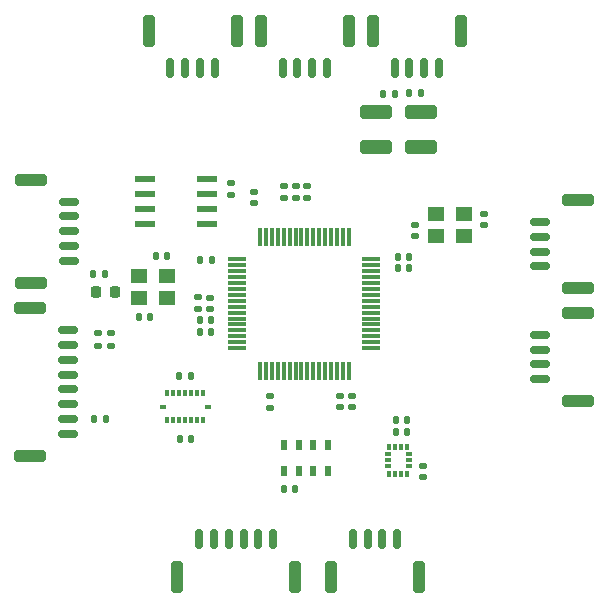
<source format=gtp>
%TF.GenerationSoftware,KiCad,Pcbnew,9.0.0*%
%TF.CreationDate,2025-03-25T12:29:50+03:00*%
%TF.ProjectId,Autopilot DronmarketV2,4175746f-7069-46c6-9f74-2044726f6e6d,rev?*%
%TF.SameCoordinates,Original*%
%TF.FileFunction,Paste,Top*%
%TF.FilePolarity,Positive*%
%FSLAX46Y46*%
G04 Gerber Fmt 4.6, Leading zero omitted, Abs format (unit mm)*
G04 Created by KiCad (PCBNEW 9.0.0) date 2025-03-25 12:29:50*
%MOMM*%
%LPD*%
G01*
G04 APERTURE LIST*
G04 Aperture macros list*
%AMRoundRect*
0 Rectangle with rounded corners*
0 $1 Rounding radius*
0 $2 $3 $4 $5 $6 $7 $8 $9 X,Y pos of 4 corners*
0 Add a 4 corners polygon primitive as box body*
4,1,4,$2,$3,$4,$5,$6,$7,$8,$9,$2,$3,0*
0 Add four circle primitives for the rounded corners*
1,1,$1+$1,$2,$3*
1,1,$1+$1,$4,$5*
1,1,$1+$1,$6,$7*
1,1,$1+$1,$8,$9*
0 Add four rect primitives between the rounded corners*
20,1,$1+$1,$2,$3,$4,$5,0*
20,1,$1+$1,$4,$5,$6,$7,0*
20,1,$1+$1,$6,$7,$8,$9,0*
20,1,$1+$1,$8,$9,$2,$3,0*%
G04 Aperture macros list end*
%ADD10RoundRect,0.140000X0.140000X0.170000X-0.140000X0.170000X-0.140000X-0.170000X0.140000X-0.170000X0*%
%ADD11RoundRect,0.073750X0.746250X0.221250X-0.746250X0.221250X-0.746250X-0.221250X0.746250X-0.221250X0*%
%ADD12RoundRect,0.087500X0.087500X-0.207500X0.087500X0.207500X-0.087500X0.207500X-0.087500X-0.207500X0*%
%ADD13RoundRect,0.087500X0.207500X-0.087500X0.207500X0.087500X-0.207500X0.087500X-0.207500X-0.087500X0*%
%ADD14RoundRect,0.140000X-0.170000X0.140000X-0.170000X-0.140000X0.170000X-0.140000X0.170000X0.140000X0*%
%ADD15RoundRect,0.150000X0.150000X0.700000X-0.150000X0.700000X-0.150000X-0.700000X0.150000X-0.700000X0*%
%ADD16RoundRect,0.250000X0.250000X1.100000X-0.250000X1.100000X-0.250000X-1.100000X0.250000X-1.100000X0*%
%ADD17RoundRect,0.140000X-0.140000X-0.170000X0.140000X-0.170000X0.140000X0.170000X-0.140000X0.170000X0*%
%ADD18RoundRect,0.250000X1.100000X-0.325000X1.100000X0.325000X-1.100000X0.325000X-1.100000X-0.325000X0*%
%ADD19R,1.400000X1.200000*%
%ADD20RoundRect,0.075000X-0.700000X-0.075000X0.700000X-0.075000X0.700000X0.075000X-0.700000X0.075000X0*%
%ADD21RoundRect,0.075000X-0.075000X-0.700000X0.075000X-0.700000X0.075000X0.700000X-0.075000X0.700000X0*%
%ADD22RoundRect,0.150000X0.700000X-0.150000X0.700000X0.150000X-0.700000X0.150000X-0.700000X-0.150000X0*%
%ADD23RoundRect,0.250000X1.100000X-0.250000X1.100000X0.250000X-1.100000X0.250000X-1.100000X-0.250000X0*%
%ADD24RoundRect,0.135000X-0.185000X0.135000X-0.185000X-0.135000X0.185000X-0.135000X0.185000X0.135000X0*%
%ADD25RoundRect,0.135000X0.185000X-0.135000X0.185000X0.135000X-0.185000X0.135000X-0.185000X-0.135000X0*%
%ADD26RoundRect,0.150000X-0.150000X-0.700000X0.150000X-0.700000X0.150000X0.700000X-0.150000X0.700000X0*%
%ADD27RoundRect,0.250000X-0.250000X-1.100000X0.250000X-1.100000X0.250000X1.100000X-0.250000X1.100000X0*%
%ADD28RoundRect,0.140000X0.170000X-0.140000X0.170000X0.140000X-0.170000X0.140000X-0.170000X-0.140000X0*%
%ADD29RoundRect,0.250000X-1.100000X0.325000X-1.100000X-0.325000X1.100000X-0.325000X1.100000X0.325000X0*%
%ADD30R,0.550000X0.950000*%
%ADD31RoundRect,0.135000X-0.135000X-0.185000X0.135000X-0.185000X0.135000X0.185000X-0.135000X0.185000X0*%
%ADD32RoundRect,0.150000X-0.700000X0.150000X-0.700000X-0.150000X0.700000X-0.150000X0.700000X0.150000X0*%
%ADD33RoundRect,0.250000X-1.100000X0.250000X-1.100000X-0.250000X1.100000X-0.250000X1.100000X0.250000X0*%
%ADD34RoundRect,0.135000X0.135000X0.185000X-0.135000X0.185000X-0.135000X-0.185000X0.135000X-0.185000X0*%
%ADD35R,0.350000X0.590000*%
%ADD36R,0.590000X0.350000*%
%ADD37RoundRect,0.218750X0.218750X0.256250X-0.218750X0.256250X-0.218750X-0.256250X0.218750X-0.256250X0*%
G04 APERTURE END LIST*
D10*
%TO.C,C3*%
X165405000Y-86450000D03*
X164445000Y-86450000D03*
%TD*%
D11*
%TO.C,U4*%
X166737500Y-68280000D03*
X166737500Y-67010000D03*
X166737500Y-65740000D03*
X166737500Y-64470000D03*
X161467500Y-64470000D03*
X161467500Y-65740000D03*
X161467500Y-67010000D03*
X161467500Y-68280000D03*
%TD*%
D12*
%TO.C,U2*%
X182200000Y-89415000D03*
X182700000Y-89415000D03*
X183200000Y-89415000D03*
X183700000Y-89415000D03*
D13*
X183865000Y-88750000D03*
X183865000Y-88250000D03*
X183865000Y-87750000D03*
D12*
X183700000Y-87085000D03*
X183200000Y-87085000D03*
X182700000Y-87085000D03*
X182200000Y-87085000D03*
D13*
X182035000Y-87750000D03*
X182035000Y-88250000D03*
X182035000Y-88750000D03*
%TD*%
D14*
%TO.C,C10*%
X172050000Y-82825000D03*
X172050000Y-83785000D03*
%TD*%
D15*
%TO.C,J5*%
X176900000Y-55075000D03*
X175650000Y-55075000D03*
X174400000Y-55075000D03*
X173150000Y-55075000D03*
D16*
X178750000Y-51875000D03*
X171300000Y-51875000D03*
%TD*%
D17*
%TO.C,C1*%
X164395000Y-81075000D03*
X165355000Y-81075000D03*
%TD*%
D18*
%TO.C,C21*%
X184875000Y-61725000D03*
X184875000Y-58775000D03*
%TD*%
D19*
%TO.C,Y1*%
X163375000Y-72625000D03*
X160975000Y-72625000D03*
X160975000Y-74525000D03*
X163375000Y-74525000D03*
%TD*%
D20*
%TO.C,U3*%
X169325000Y-71250000D03*
X169325000Y-71750000D03*
X169325000Y-72250000D03*
X169325000Y-72750000D03*
X169325000Y-73250000D03*
X169325000Y-73750000D03*
X169325000Y-74250000D03*
X169325000Y-74750000D03*
X169325000Y-75250000D03*
X169325000Y-75750000D03*
X169325000Y-76250000D03*
X169325000Y-76750000D03*
X169325000Y-77250000D03*
X169325000Y-77750000D03*
X169325000Y-78250000D03*
X169325000Y-78750000D03*
D21*
X171250000Y-80675000D03*
X171750000Y-80675000D03*
X172250000Y-80675000D03*
X172750000Y-80675000D03*
X173250000Y-80675000D03*
X173750000Y-80675000D03*
X174250000Y-80675000D03*
X174750000Y-80675000D03*
X175250000Y-80675000D03*
X175750000Y-80675000D03*
X176250000Y-80675000D03*
X176750000Y-80675000D03*
X177250000Y-80675000D03*
X177750000Y-80675000D03*
X178250000Y-80675000D03*
X178750000Y-80675000D03*
D20*
X180675000Y-78750000D03*
X180675000Y-78250000D03*
X180675000Y-77750000D03*
X180675000Y-77250000D03*
X180675000Y-76750000D03*
X180675000Y-76250000D03*
X180675000Y-75750000D03*
X180675000Y-75250000D03*
X180675000Y-74750000D03*
X180675000Y-74250000D03*
X180675000Y-73750000D03*
X180675000Y-73250000D03*
X180675000Y-72750000D03*
X180675000Y-72250000D03*
X180675000Y-71750000D03*
X180675000Y-71250000D03*
D21*
X178750000Y-69325000D03*
X178250000Y-69325000D03*
X177750000Y-69325000D03*
X177250000Y-69325000D03*
X176750000Y-69325000D03*
X176250000Y-69325000D03*
X175750000Y-69325000D03*
X175250000Y-69325000D03*
X174750000Y-69325000D03*
X174250000Y-69325000D03*
X173750000Y-69325000D03*
X173250000Y-69325000D03*
X172750000Y-69325000D03*
X172250000Y-69325000D03*
X171750000Y-69325000D03*
X171250000Y-69325000D03*
%TD*%
D22*
%TO.C,J9*%
X194950000Y-71825000D03*
X194950000Y-70575000D03*
X194950000Y-69325000D03*
X194950000Y-68075000D03*
D23*
X198150000Y-73675000D03*
X198150000Y-66225000D03*
%TD*%
D14*
%TO.C,C16*%
X178050000Y-82820000D03*
X178050000Y-83780000D03*
%TD*%
D15*
%TO.C,J7*%
X186375000Y-55075000D03*
X185125000Y-55075000D03*
X183875000Y-55075000D03*
X182625000Y-55075000D03*
D16*
X188225000Y-51875000D03*
X180775000Y-51875000D03*
%TD*%
D24*
%TO.C,R5*%
X158600000Y-77515000D03*
X158600000Y-78535000D03*
%TD*%
D22*
%TO.C,J1*%
X194950000Y-81375000D03*
X194950000Y-80125000D03*
X194950000Y-78875000D03*
X194950000Y-77625000D03*
D23*
X198150000Y-83225000D03*
X198150000Y-75775000D03*
%TD*%
D25*
%TO.C,R24*%
X174250000Y-66060000D03*
X174250000Y-65040000D03*
%TD*%
D14*
%TO.C,C5*%
X185025000Y-88740000D03*
X185025000Y-89700000D03*
%TD*%
D26*
%TO.C,J3*%
X179100000Y-94900000D03*
X180350000Y-94900000D03*
X181600000Y-94900000D03*
X182850000Y-94900000D03*
D27*
X177250000Y-98100000D03*
X184700000Y-98100000D03*
%TD*%
D17*
%TO.C,C4*%
X182750000Y-85875000D03*
X183710000Y-85875000D03*
%TD*%
D10*
%TO.C,C14*%
X167110000Y-76400000D03*
X166150000Y-76400000D03*
%TD*%
D26*
%TO.C,J4*%
X166100000Y-94900000D03*
X167350000Y-94900000D03*
X168600000Y-94900000D03*
X169850000Y-94900000D03*
X171100000Y-94900000D03*
X172350000Y-94900000D03*
D27*
X164250000Y-98100000D03*
X174200000Y-98100000D03*
%TD*%
D28*
%TO.C,C6*%
X166975000Y-75430000D03*
X166975000Y-74470000D03*
%TD*%
D29*
%TO.C,C25*%
X181050000Y-58800000D03*
X181050000Y-61750000D03*
%TD*%
D17*
%TO.C,C8*%
X160995000Y-76100000D03*
X161955000Y-76100000D03*
%TD*%
D15*
%TO.C,J2*%
X167400000Y-55075000D03*
X166150000Y-55075000D03*
X164900000Y-55075000D03*
X163650000Y-55075000D03*
D16*
X169250000Y-51875000D03*
X161800000Y-51875000D03*
%TD*%
D25*
%TO.C,R2*%
X166000000Y-75460000D03*
X166000000Y-74440000D03*
%TD*%
D17*
%TO.C,C49*%
X173247500Y-90672500D03*
X174207500Y-90672500D03*
%TD*%
D25*
%TO.C,R4*%
X157525000Y-78535000D03*
X157525000Y-77515000D03*
%TD*%
D14*
%TO.C,C19*%
X190175000Y-67370000D03*
X190175000Y-68330000D03*
%TD*%
D28*
%TO.C,C13*%
X170750000Y-66455000D03*
X170750000Y-65495000D03*
%TD*%
D24*
%TO.C,R23*%
X175225000Y-65035000D03*
X175225000Y-66055000D03*
%TD*%
D30*
%TO.C,U11*%
X173250000Y-89125000D03*
X174500000Y-89125000D03*
X175750000Y-89125000D03*
X177000000Y-89125000D03*
X177000000Y-86975000D03*
X175750000Y-86975000D03*
X174500000Y-86975000D03*
X173250000Y-86975000D03*
%TD*%
D31*
%TO.C,R25*%
X157080000Y-72440000D03*
X158100000Y-72440000D03*
%TD*%
D32*
%TO.C,J6*%
X155000000Y-77250000D03*
X155000000Y-78500000D03*
X155000000Y-79750000D03*
X155000000Y-81000000D03*
X155000000Y-82250000D03*
X155000000Y-83500000D03*
X155000000Y-84750000D03*
X155000000Y-86000000D03*
D33*
X151800000Y-75400000D03*
X151800000Y-87850000D03*
%TD*%
D17*
%TO.C,C2*%
X182745000Y-84875000D03*
X183705000Y-84875000D03*
%TD*%
D19*
%TO.C,Y2*%
X186100000Y-69257500D03*
X188500000Y-69257500D03*
X188500000Y-67357500D03*
X186100000Y-67357500D03*
%TD*%
D14*
%TO.C,C11*%
X179050000Y-82820000D03*
X179050000Y-83780000D03*
%TD*%
D17*
%TO.C,C12*%
X182920000Y-71025000D03*
X183880000Y-71025000D03*
%TD*%
D24*
%TO.C,R3*%
X173250000Y-65035000D03*
X173250000Y-66055000D03*
%TD*%
D34*
%TO.C,R10*%
X182635000Y-57225000D03*
X181615000Y-57225000D03*
%TD*%
D31*
%TO.C,R1*%
X157165000Y-84750000D03*
X158185000Y-84750000D03*
%TD*%
D32*
%TO.C,J11*%
X155075000Y-66350000D03*
X155075000Y-67600000D03*
X155075000Y-68850000D03*
X155075000Y-70100000D03*
X155075000Y-71350000D03*
D33*
X151875000Y-64500000D03*
X151875000Y-73200000D03*
%TD*%
D10*
%TO.C,C9*%
X167150000Y-71275000D03*
X166190000Y-71275000D03*
%TD*%
D35*
%TO.C,U1*%
X163400000Y-82535000D03*
X163900000Y-82535000D03*
X164400000Y-82535000D03*
X164900000Y-82535000D03*
X165400000Y-82535000D03*
X165900000Y-82535000D03*
X166400000Y-82535000D03*
D36*
X166815000Y-83700000D03*
D35*
X166400000Y-84865000D03*
X165900000Y-84865000D03*
X165400000Y-84865000D03*
X164900000Y-84865000D03*
X164400000Y-84865000D03*
X163900000Y-84865000D03*
X163400000Y-84865000D03*
D36*
X162985000Y-83700000D03*
%TD*%
D10*
%TO.C,C15*%
X167110000Y-77375000D03*
X166150000Y-77375000D03*
%TD*%
D28*
%TO.C,C18*%
X184400000Y-69255000D03*
X184400000Y-68295000D03*
%TD*%
D37*
%TO.C,D1*%
X158917500Y-73970000D03*
X157342500Y-73970000D03*
%TD*%
D28*
%TO.C,C22*%
X168752500Y-65755000D03*
X168752500Y-64795000D03*
%TD*%
D17*
%TO.C,C17*%
X182920000Y-72000000D03*
X183880000Y-72000000D03*
%TD*%
D34*
%TO.C,R8*%
X184910000Y-57125000D03*
X183890000Y-57125000D03*
%TD*%
D10*
%TO.C,C7*%
X163400000Y-70975000D03*
X162440000Y-70975000D03*
%TD*%
M02*

</source>
